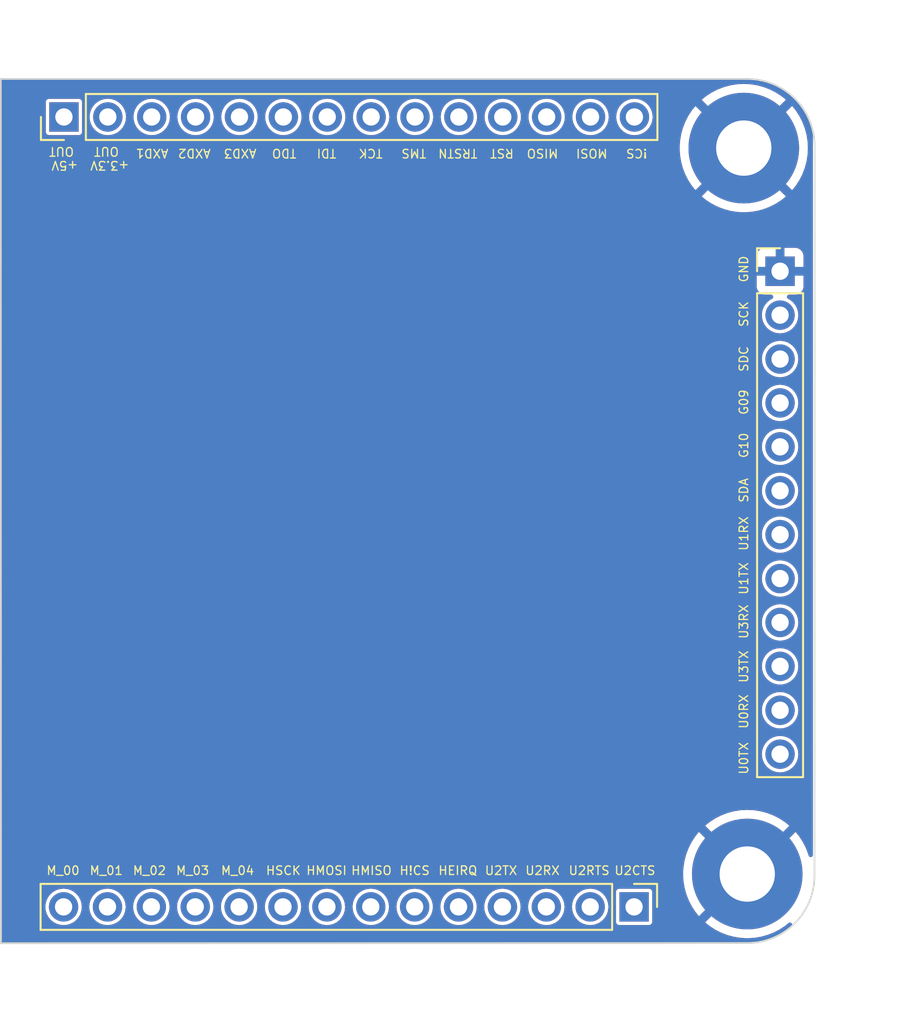
<source format=kicad_pcb>
(kicad_pcb (version 20211014) (generator pcbnew)
  (layers (0 "F.Cu" signal) (31 "B.Cu" signal) (34 "B.Paste" user) (35 "F.Paste" user) (36 "B.SilkS" user "B.Silkscreen") (37 "F.SilkS" user "F.Silkscreen") (38 "B.Mask" user) (39 "F.Mask" user) (44 "Edge.Cuts" user))
  (net 0 "")
  (net 1 "HSPI1_!CS")
  (net 2 "HSPI1_SCK")
  (net 3 "HSPI1_MISO")
  (net 4 "MODE_03")
  (net 5 "MODE_02")
  (net 6 "HSPI1_MOSI")
  (net 7 "MODE_00")
  (net 8 "SX_RST")
  (net 9 "MODE_01")
  (net 10 "MODE_04")
  (net 11 "RF_AXD1")
  (net 12 "RF_AXD2")
  (net 13 "RF_AXD3")
  (net 14 "JTAG_TRSTN")
  (net 15 "JTAG_TCK")
  (net 16 "JTAG_TDI")
  (net 17 "JTAG_TDO")
  (net 18 "JTAG_TMS")
  (net 19 "HSPI1_IRQ")
  (net 20 "GPIO_00_UART2_TX")
  (net 21 "GPIO_01_UART2_RX")
  (net 22 "GPIO_02_UART2_RTS")
  (net 23 "GPIO_03_UART2_CTS")
  (net 24 "GPIO_04_UART0_TX")
  (net 25 "GPIO_05_UART0_RX")
  (net 26 "GPIO_06_UART3_TX")
  (net 27 "GPIO_07_UART3_RX")
  (net 28 "GPIO_08_UART1_TX")
  (net 29 "GPIO_11_UART1_RX")
  (net 30 "GPIO_17_I2C_SDA")
  (net 31 "GPIO_10")
  (net 32 "GPIO_09")
  (net 33 "GPIO_16_I2C_SCL")
  (net 34 "GPIO_15_SPI0_SCK")
  (net 35 "GPIO_14_SPI0_!CS")
  (net 36 "GPIO_13_SPI0_MOSI")
  (net 37 "GPIO_12_SPI0_MISO")
  (net 38 "GND")
  (net 39 "+5V")
  (net 40 "+3V3")
  (footprint "Connector_PinHeader_2.54mm:PinHeader_1x14_P2.54mm_Vertical" (layer "F.Cu") (at 194.3 79.75 90)
    (fp_text reference "J3")
    (fp_text value "Conn_01x14_Male")
    (fp_line (start -1.33 1.27) (end -1.33 34.35) (layer "F.SilkS") (width 0.12))
    (fp_line (start -1.33 0) (end -1.33 -1.33) (layer "F.SilkS") (width 0.12))
    (fp_line (start 1.33 1.27) (end 1.33 34.35) (layer "F.SilkS") (width 0.12))
    (fp_line (start -1.33 34.35) (end 1.33 34.35) (layer "F.SilkS") (width 0.12))
    (fp_line (start -1.33 1.27) (end 1.33 1.27) (layer "F.SilkS") (width 0.12))
    (fp_line (start -1.33 -1.33) (end 0 -1.33) (layer "F.SilkS") (width 0.12))
    (pad "1" thru_hole rect locked (at 0 0 90) (size 1.7 1.7) (drill 1) (layers *.Cu *.Mask) (net 39 "+5V"))
    (pad "2" thru_hole oval locked (at 0 2.54 90) (size 1.7 1.7) (drill 1) (layers *.Cu *.Mask) (net 40 "+3V3"))
    (pad "3" thru_hole oval locked (at 0 5.08 90) (size 1.7 1.7) (drill 1) (layers *.Cu *.Mask) (net 11 "RF_AXD1"))
    (pad "4" thru_hole oval locked (at 0 7.62 90) (size 1.7 1.7) (drill 1) (layers *.Cu *.Mask) (net 12 "RF_AXD2"))
    (pad "5" thru_hole oval locked (at 0 10.16 90) (size 1.7 1.7) (drill 1) (layers *.Cu *.Mask) (net 13 "RF_AXD3"))
    (pad "6" thru_hole oval locked (at 0 12.7 90) (size 1.7 1.7) (drill 1) (layers *.Cu *.Mask) (net 17 "JTAG_TDO"))
    (pad "7" thru_hole oval locked (at 0 15.24 90) (size 1.7 1.7) (drill 1) (layers *.Cu *.Mask) (net 16 "JTAG_TDI"))
    (pad "8" thru_hole oval locked (at 0 17.78 90) (size 1.7 1.7) (drill 1) (layers *.Cu *.Mask) (net 15 "JTAG_TCK"))
    (pad "9" thru_hole oval locked (at 0 20.32 90) (size 1.7 1.7) (drill 1) (layers *.Cu *.Mask) (net 18 "JTAG_TMS"))
    (pad "10" thru_hole oval locked (at 0 22.86 90) (size 1.7 1.7) (drill 1) (layers *.Cu *.Mask) (net 14 "JTAG_TRSTN"))
    (pad "11" thru_hole oval locked (at 0 25.4 90) (size 1.7 1.7) (drill 1) (layers *.Cu *.Mask) (net 8 "SX_RST"))
    (pad "12" thru_hole oval locked (at 0 27.94 90) (size 1.7 1.7) (drill 1) (layers *.Cu *.Mask) (net 37 "GPIO_12_SPI0_MISO"))
    (pad "13" thru_hole oval locked (at 0 30.48 90) (size 1.7 1.7) (drill 1) (layers *.Cu *.Mask) (net 36 "GPIO_13_SPI0_MOSI"))
    (pad "14" thru_hole oval locked (at 0 33.02 90) (size 1.7 1.7) (drill 1) (layers *.Cu *.Mask) (net 35 "GPIO_14_SPI0_!CS"))
  )
  (footprint "MountingHole:MountingHole_3.2mm_M3_Pad" (layer "F.Cu") (at 233.85 123.55)
    (fp_text reference "H2")
    (fp_text value "MountingHole")
    (pad "1" thru_hole circle locked (at 0 0) (size 6.4 6.4) (drill 3.2) (layers *.Cu *.Mask) (net 38 "GND"))
  )
  (footprint "MountingHole:MountingHole_3.2mm_M3_Pad" (layer "F.Cu") (at 233.65 81.55)
    (fp_text reference "H1")
    (fp_text value "MountingHole")
    (pad "1" thru_hole circle locked (at 0 0) (size 6.4 6.4) (drill 3.2) (layers *.Cu *.Mask) (net 38 "GND"))
  )
  (footprint "Connector_PinHeader_2.54mm:PinHeader_1x12_P2.54mm_Vertical" (layer "F.Cu") (at 235.75 88.675)
    (fp_text reference "J2")
    (fp_text value "Conn_01x12_Male")
    (fp_line (start -1.33 29.27) (end 1.33 29.27) (layer "F.SilkS") (width 0.12))
    (fp_line (start -1.33 1.27) (end -1.33 29.27) (layer "F.SilkS") (width 0.12))
    (fp_line (start 1.33 1.27) (end 1.33 29.27) (layer "F.SilkS") (width 0.12))
    (fp_line (start -1.33 1.27) (end 1.33 1.27) (layer "F.SilkS") (width 0.12))
    (fp_line (start -1.33 -1.33) (end 0 -1.33) (layer "F.SilkS") (width 0.12))
    (fp_line (start -1.33 0) (end -1.33 -1.33) (layer "F.SilkS") (width 0.12))
    (pad "1" thru_hole rect locked (at 0 0) (size 1.7 1.7) (drill 1) (layers *.Cu *.Mask) (net 38 "GND"))
    (pad "2" thru_hole oval locked (at 0 2.54) (size 1.7 1.7) (drill 1) (layers *.Cu *.Mask) (net 34 "GPIO_15_SPI0_SCK"))
    (pad "3" thru_hole oval locked (at 0 5.08) (size 1.7 1.7) (drill 1) (layers *.Cu *.Mask) (net 33 "GPIO_16_I2C_SCL"))
    (pad "4" thru_hole oval locked (at 0 7.62) (size 1.7 1.7) (drill 1) (layers *.Cu *.Mask) (net 32 "GPIO_09"))
    (pad "5" thru_hole oval locked (at 0 10.16) (size 1.7 1.7) (drill 1) (layers *.Cu *.Mask) (net 31 "GPIO_10"))
    (pad "6" thru_hole oval locked (at 0 12.7) (size 1.7 1.7) (drill 1) (layers *.Cu *.Mask) (net 30 "GPIO_17_I2C_SDA"))
    (pad "7" thru_hole oval locked (at 0 15.24) (size 1.7 1.7) (drill 1) (layers *.Cu *.Mask) (net 29 "GPIO_11_UART1_RX"))
    (pad "8" thru_hole oval locked (at 0 17.78) (size 1.7 1.7) (drill 1) (layers *.Cu *.Mask) (net 28 "GPIO_08_UART1_TX"))
    (pad "9" thru_hole oval locked (at 0 20.32) (size 1.7 1.7) (drill 1) (layers *.Cu *.Mask) (net 27 "GPIO_07_UART3_RX"))
    (pad "10" thru_hole oval locked (at 0 22.86) (size 1.7 1.7) (drill 1) (layers *.Cu *.Mask) (net 26 "GPIO_06_UART3_TX"))
    (pad "11" thru_hole oval locked (at 0 25.4) (size 1.7 1.7) (drill 1) (layers *.Cu *.Mask) (net 25 "GPIO_05_UART0_RX"))
    (pad "12" thru_hole oval locked (at 0 27.94) (size 1.7 1.7) (drill 1) (layers *.Cu *.Mask) (net 24 "GPIO_04_UART0_TX"))
  )
  (footprint "Connector_PinHeader_2.54mm:PinHeader_1x14_P2.54mm_Vertical" (layer "F.Cu") (at 227.3 125.45 -90)
    (fp_text reference "J1")
    (fp_text value "Conn_01x14_Male")
    (fp_line (start -1.33 1.27) (end -1.33 34.35) (layer "F.SilkS") (width 0.12))
    (fp_line (start -1.33 34.35) (end 1.33 34.35) (layer "F.SilkS") (width 0.12))
    (fp_line (start -1.33 -1.33) (end 0 -1.33) (layer "F.SilkS") (width 0.12))
    (fp_line (start -1.33 0) (end -1.33 -1.33) (layer "F.SilkS") (width 0.12))
    (fp_line (start -1.33 1.27) (end 1.33 1.27) (layer "F.SilkS") (width 0.12))
    (fp_line (start 1.33 1.27) (end 1.33 34.35) (layer "F.SilkS") (width 0.12))
    (pad "1" thru_hole rect locked (at 0 0 270) (size 1.7 1.7) (drill 1) (layers *.Cu *.Mask) (net 23 "GPIO_03_UART2_CTS"))
    (pad "2" thru_hole oval locked (at 0 2.54 270) (size 1.7 1.7) (drill 1) (layers *.Cu *.Mask) (net 22 "GPIO_02_UART2_RTS"))
    (pad "3" thru_hole oval locked (at 0 5.08 270) (size 1.7 1.7) (drill 1) (layers *.Cu *.Mask) (net 21 "GPIO_01_UART2_RX"))
    (pad "4" thru_hole oval locked (at 0 7.62 270) (size 1.7 1.7) (drill 1) (layers *.Cu *.Mask) (net 20 "GPIO_00_UART2_TX"))
    (pad "5" thru_hole oval locked (at 0 10.16 270) (size 1.7 1.7) (drill 1) (layers *.Cu *.Mask) (net 19 "HSPI1_IRQ"))
    (pad "6" thru_hole oval locked (at 0 12.7 270) (size 1.7 1.7) (drill 1) (layers *.Cu *.Mask) (net 1 "HSPI1_!CS"))
    (pad "7" thru_hole oval locked (at 0 15.24 270) (size 1.7 1.7) (drill 1) (layers *.Cu *.Mask) (net 3 "HSPI1_MISO"))
    (pad "8" thru_hole oval locked (at 0 17.78 270) (size 1.7 1.7) (drill 1) (layers *.Cu *.Mask) (net 6 "HSPI1_MOSI"))
    (pad "9" thru_hole oval locked (at 0 20.32 270) (size 1.7 1.7) (drill 1) (layers *.Cu *.Mask) (net 2 "HSPI1_SCK"))
    (pad "10" thru_hole oval locked (at 0 22.86 270) (size 1.7 1.7) (drill 1) (layers *.Cu *.Mask) (net 10 "MODE_04"))
    (pad "11" thru_hole oval locked (at 0 25.4 270) (size 1.7 1.7) (drill 1) (layers *.Cu *.Mask) (net 4 "MODE_03"))
    (pad "12" thru_hole oval locked (at 0 27.94 270) (size 1.7 1.7) (drill 1) (layers *.Cu *.Mask) (net 5 "MODE_02"))
    (pad "13" thru_hole oval locked (at 0 30.48 270) (size 1.7 1.7) (drill 1) (layers *.Cu *.Mask) (net 9 "MODE_01"))
    (pad "14" thru_hole oval locked (at 0 33.02 270) (size 1.7 1.7) (drill 1) (layers *.Cu *.Mask) (net 7 "MODE_00"))
  )
  (footprint "teledatics:teledatics_logo_kicad_footprint" (layer "F.Cu") (at 208.864169 102.373282 90)
    (fp_text reference "G***")
    (fp_text value "LOGO" hide)
  )
  (gr_line (start 233.842284 127.542284) (end 190.657716 127.55) (layer "Edge.Cuts") (width 0.1))
  (gr_line (start 190.65 77.55) (end 233.85 77.55) (layer "Edge.Cuts") (width 0.1))
  (gr_arc (start 237.742284 123.642284) (mid 236.6 126.4) (end 233.842284 127.542284) (layer "Edge.Cuts") (width 0.1))
  (gr_arc (start 233.85 77.55) (mid 236.607716 78.692284) (end 237.75 81.45) (layer "Edge.Cuts") (width 0.1))
  (gr_line (start 190.657716 127.55) (end 190.65 77.55) (layer "Edge.Cuts") (width 0.1))
  (gr_line (start 237.75 81.45) (end 237.742284 123.642284) (layer "Edge.Cuts") (width 0.1))
  (gr_text "TDO" (at 207.05 81.85 180) (layer "F.SilkS") (effects (font (size 0.5 0.5) (thickness 0.075))))
  (gr_text "M_00" (at 194.25 123.35) (layer "F.SilkS") (effects (font (size 0.5 0.5) (thickness 0.075))))
  (gr_text "TRSTN" (at 217.1 81.85 180) (layer "F.SilkS") (effects (font (size 0.5 0.5) (thickness 0.075))))
  (gr_text "MISO" (at 222 81.85 180) (layer "F.SilkS") (effects (font (size 0.5 0.5) (thickness 0.075))))
  (gr_text "G09" (at 233.65 96.25 90) (layer "F.SilkS") (effects (font (size 0.5 0.5) (thickness 0.075))))
  (gr_text "U2CTS" (at 227.35 123.35) (layer "F.SilkS") (effects (font (size 0.5 0.5) (thickness 0.075))))
  (gr_text "SDC" (at 233.65 93.75 90) (layer "F.SilkS") (effects (font (size 0.5 0.5) (thickness 0.075))))
  (gr_text "H!CS" (at 214.6 123.35) (layer "F.SilkS") (effects (font (size 0.5 0.5) (thickness 0.075))))
  (gr_text "HMOSI" (at 209.5 123.35) (layer "F.SilkS") (effects (font (size 0.5 0.5) (thickness 0.075))))
  (gr_text "M_01" (at 196.75 123.35) (layer "F.SilkS") (effects (font (size 0.5 0.5) (thickness 0.075))))
  (gr_text "AXD2" (at 201.85 81.85 180) (layer "F.SilkS") (effects (font (size 0.5 0.5) (thickness 0.075))))
  (gr_text "M_03" (at 201.75 123.35) (layer "F.SilkS") (effects (font (size 0.5 0.5) (thickness 0.075))))
  (gr_text "AXD3" (at 204.5 81.85 180) (layer "F.SilkS") (effects (font (size 0.5 0.5) (thickness 0.075))))
  (gr_text "+3.3V\n OUT" (at 196.95 82.15 180) (layer "F.SilkS") (effects (font (size 0.5 0.5) (thickness 0.075))))
  (gr_text "M_02" (at 199.25 123.35) (layer "F.SilkS") (effects (font (size 0.5 0.5) (thickness 0.075))))
  (gr_text "TMS" (at 214.55 81.85 180) (layer "F.SilkS") (effects (font (size 0.5 0.5) (thickness 0.075))))
  (gr_text "SDA" (at 233.65 101.35 90) (layer "F.SilkS") (effects (font (size 0.5 0.5) (thickness 0.075))))
  (gr_text "HMISO" (at 212.1 123.35) (layer "F.SilkS") (effects (font (size 0.5 0.5) (thickness 0.075))))
  (gr_text "+5V\n OUT" (at 194.35 82.15 180) (layer "F.SilkS") (effects (font (size 0.5 0.5) (thickness 0.075))))
  (gr_text "U2RTS" (at 224.7 123.35) (layer "F.SilkS") (effects (font (size 0.5 0.5) (thickness 0.075))))
  (gr_text "GND" (at 233.65 88.55 90) (layer "F.SilkS") (effects (font (size 0.5 0.5) (thickness 0.075))))
  (gr_text "U2RX" (at 222 123.35) (layer "F.SilkS") (effects (font (size 0.5 0.5) (thickness 0.075))))
  (gr_text "U1TX" (at 233.65 106.45 90) (layer "F.SilkS") (effects (font (size 0.5 0.5) (thickness 0.075))))
  (gr_text "U3TX" (at 233.65 111.55 90) (layer "F.SilkS") (effects (font (size 0.5 0.5) (thickness 0.075))))
  (gr_text "AXD1" (at 199.4 81.85 180) (layer "F.SilkS") (effects (font (size 0.5 0.5) (thickness 0.075))))
  (gr_text "TDI" (at 209.5 81.85 180) (layer "F.SilkS") (effects (font (size 0.5 0.5) (thickness 0.075))))
  (gr_text "!CS" (at 227.45 81.85 180) (layer "F.SilkS") (effects (font (size 0.5 0.5) (thickness 0.075))))
  (gr_text "SCK" (at 233.65 91.15 90) (layer "F.SilkS") (effects (font (size 0.5 0.5) (thickness 0.075))))
  (gr_text "MOSI" (at 224.85 81.85 180) (layer "F.SilkS") (effects (font (size 0.5 0.5) (thickness 0.075))))
  (gr_text "G10" (at 233.65 98.75 90) (layer "F.SilkS") (effects (font (size 0.5 0.5) (thickness 0.075))))
  (gr_text "U0TX" (at 233.65 116.85 90) (layer "F.SilkS") (effects (font (size 0.5 0.5) (thickness 0.075))))
  (gr_text "M_04" (at 204.35 123.35) (layer "F.SilkS") (effects (font (size 0.5 0.5) (thickness 0.075))))
  (gr_text "RST" (at 219.65 81.85 180) (layer "F.SilkS") (effects (font (size 0.5 0.5) (thickness 0.075))))
  (gr_text "U2TX" (at 219.6 123.35) (layer "F.SilkS") (effects (font (size 0.5 0.5) (thickness 0.075))))
  (gr_text "TCK" (at 212.05 81.85 180) (layer "F.SilkS") (effects (font (size 0.5 0.5) (thickness 0.075))))
  (gr_text "U1RX" (at 233.65 103.85 90) (layer "F.SilkS") (effects (font (size 0.5 0.5) (thickness 0.075))))
  (gr_text "U0RX" (at 233.65 114.15 90) (layer "F.SilkS") (effects (font (size 0.5 0.5) (thickness 0.075))))
  (gr_text "HEIRQ" (at 217.1 123.35) (layer "F.SilkS") (effects (font (size 0.5 0.5) (thickness 0.075))))
  (gr_text "HSCK" (at 207 123.35) (layer "F.SilkS") (effects (font (size 0.5 0.5) (thickness 0.075))))
  (gr_text "U3RX" (at 233.65 108.95 90) (layer "F.SilkS") (effects (font (size 0.5 0.5) (thickness 0.075))))
  (zone (net 38) (net_name "GND") (layers F&B.Cu) (connect_pads (clearance 0)) (min_thickness 0.254) (fill yes (thermal_gap 0.508) (thermal_bridge_width 0.508))
    (polygon (pts (xy 237.65 127.55) (xy 190.65 127.55) (xy 190.65 77.55) (xy 237.65 77.55)))
  )
)
</source>
